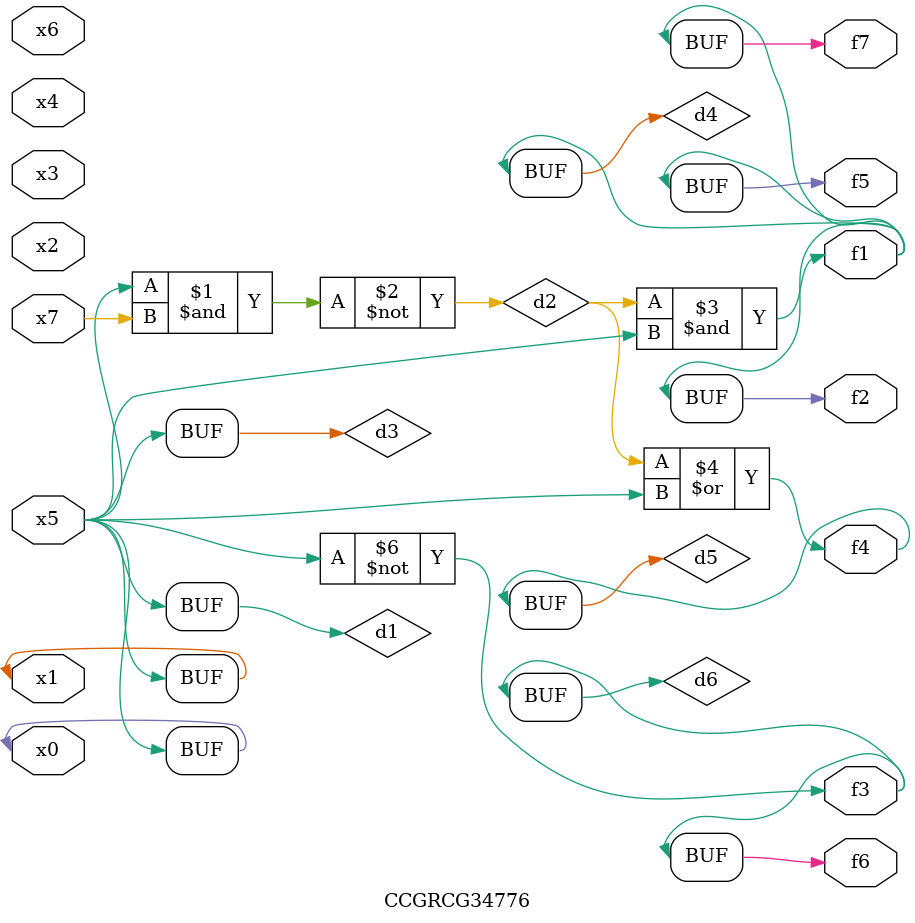
<source format=v>
module CCGRCG34776(
	input x0, x1, x2, x3, x4, x5, x6, x7,
	output f1, f2, f3, f4, f5, f6, f7
);

	wire d1, d2, d3, d4, d5, d6;

	buf (d1, x0, x5);
	nand (d2, x5, x7);
	buf (d3, x0, x1);
	and (d4, d2, d3);
	or (d5, d2, d3);
	nor (d6, d1, d3);
	assign f1 = d4;
	assign f2 = d4;
	assign f3 = d6;
	assign f4 = d5;
	assign f5 = d4;
	assign f6 = d6;
	assign f7 = d4;
endmodule

</source>
